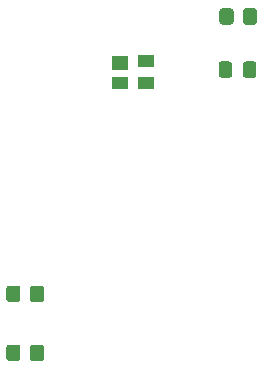
<source format=gtp>
G04 #@! TF.GenerationSoftware,KiCad,Pcbnew,5.1.12-1.fc34*
G04 #@! TF.CreationDate,2021-12-19T19:02:19+02:00*
G04 #@! TF.ProjectId,slash_left,736c6173-685f-46c6-9566-742e6b696361,rev?*
G04 #@! TF.SameCoordinates,Original*
G04 #@! TF.FileFunction,Paste,Top*
G04 #@! TF.FilePolarity,Positive*
%FSLAX46Y46*%
G04 Gerber Fmt 4.6, Leading zero omitted, Abs format (unit mm)*
G04 Created by KiCad (PCBNEW 5.1.12-1.fc34) date 2021-12-19 19:02:19*
%MOMM*%
%LPD*%
G01*
G04 APERTURE LIST*
%ADD10R,1.400000X1.000000*%
%ADD11R,1.400000X1.200000*%
G04 APERTURE END LIST*
G36*
G01*
X148400000Y-47450001D02*
X148400000Y-46549999D01*
G75*
G02*
X148649999Y-46300000I249999J0D01*
G01*
X149350001Y-46300000D01*
G75*
G02*
X149600000Y-46549999I0J-249999D01*
G01*
X149600000Y-47450001D01*
G75*
G02*
X149350001Y-47700000I-249999J0D01*
G01*
X148649999Y-47700000D01*
G75*
G02*
X148400000Y-47450001I0J249999D01*
G01*
G37*
G36*
G01*
X146400000Y-47450001D02*
X146400000Y-46549999D01*
G75*
G02*
X146649999Y-46300000I249999J0D01*
G01*
X147350001Y-46300000D01*
G75*
G02*
X147600000Y-46549999I0J-249999D01*
G01*
X147600000Y-47450001D01*
G75*
G02*
X147350001Y-47700000I-249999J0D01*
G01*
X146649999Y-47700000D01*
G75*
G02*
X146400000Y-47450001I0J249999D01*
G01*
G37*
G36*
G01*
X148400000Y-42450001D02*
X148400000Y-41549999D01*
G75*
G02*
X148649999Y-41300000I249999J0D01*
G01*
X149350001Y-41300000D01*
G75*
G02*
X149600000Y-41549999I0J-249999D01*
G01*
X149600000Y-42450001D01*
G75*
G02*
X149350001Y-42700000I-249999J0D01*
G01*
X148649999Y-42700000D01*
G75*
G02*
X148400000Y-42450001I0J249999D01*
G01*
G37*
G36*
G01*
X146400000Y-42450001D02*
X146400000Y-41549999D01*
G75*
G02*
X146649999Y-41300000I249999J0D01*
G01*
X147350001Y-41300000D01*
G75*
G02*
X147600000Y-41549999I0J-249999D01*
G01*
X147600000Y-42450001D01*
G75*
G02*
X147350001Y-42700000I-249999J0D01*
G01*
X146649999Y-42700000D01*
G75*
G02*
X146400000Y-42450001I0J249999D01*
G01*
G37*
G36*
G01*
X166440000Y-18970001D02*
X166440000Y-18069999D01*
G75*
G02*
X166689999Y-17820000I249999J0D01*
G01*
X167390001Y-17820000D01*
G75*
G02*
X167640000Y-18069999I0J-249999D01*
G01*
X167640000Y-18970001D01*
G75*
G02*
X167390001Y-19220000I-249999J0D01*
G01*
X166689999Y-19220000D01*
G75*
G02*
X166440000Y-18970001I0J249999D01*
G01*
G37*
G36*
G01*
X164440000Y-18970001D02*
X164440000Y-18069999D01*
G75*
G02*
X164689999Y-17820000I249999J0D01*
G01*
X165390001Y-17820000D01*
G75*
G02*
X165640000Y-18069999I0J-249999D01*
G01*
X165640000Y-18970001D01*
G75*
G02*
X165390001Y-19220000I-249999J0D01*
G01*
X164689999Y-19220000D01*
G75*
G02*
X164440000Y-18970001I0J249999D01*
G01*
G37*
G36*
G01*
X166430000Y-23470001D02*
X166430000Y-22569999D01*
G75*
G02*
X166679999Y-22320000I249999J0D01*
G01*
X167330001Y-22320000D01*
G75*
G02*
X167580000Y-22569999I0J-249999D01*
G01*
X167580000Y-23470001D01*
G75*
G02*
X167330001Y-23720000I-249999J0D01*
G01*
X166679999Y-23720000D01*
G75*
G02*
X166430000Y-23470001I0J249999D01*
G01*
G37*
G36*
G01*
X164380000Y-23470001D02*
X164380000Y-22569999D01*
G75*
G02*
X164629999Y-22320000I249999J0D01*
G01*
X165280001Y-22320000D01*
G75*
G02*
X165530000Y-22569999I0J-249999D01*
G01*
X165530000Y-23470001D01*
G75*
G02*
X165280001Y-23720000I-249999J0D01*
G01*
X164629999Y-23720000D01*
G75*
G02*
X164380000Y-23470001I0J249999D01*
G01*
G37*
D10*
X158240000Y-22280000D03*
X158240000Y-24180000D03*
X156040000Y-24180000D03*
D11*
X156040000Y-22460000D03*
M02*

</source>
